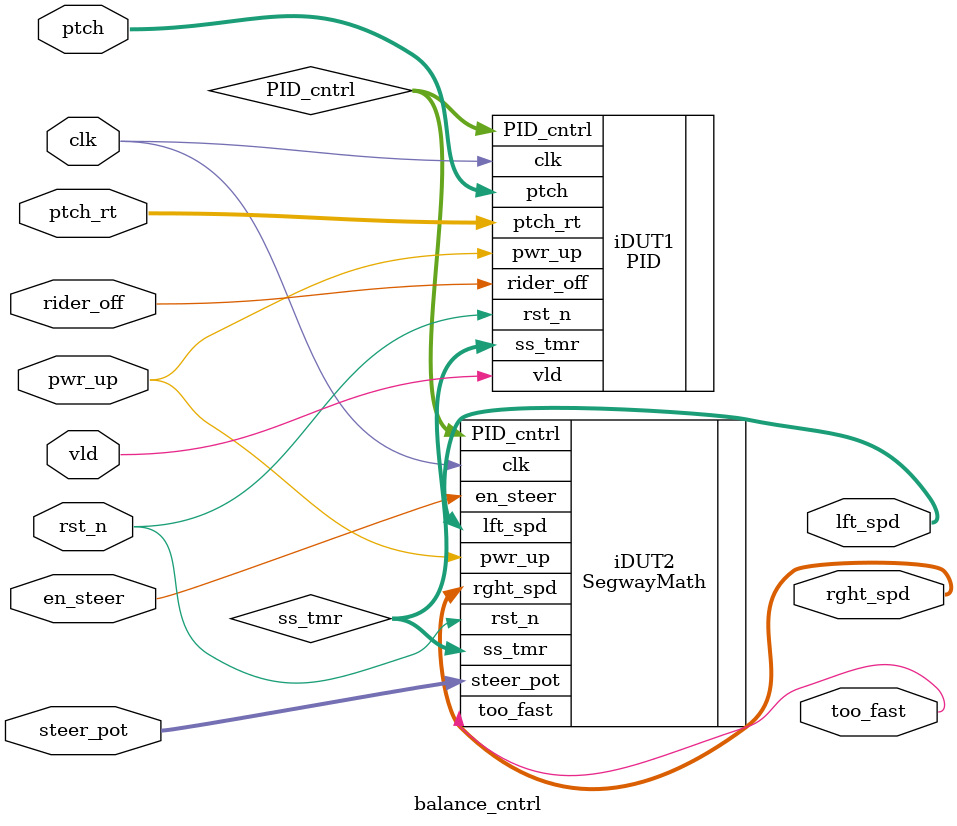
<source format=sv>
module balance_cntrl(clk, rst_n, vld, ptch, ptch_rt, pwr_up, rider_off, steer_pot, en_steer, lft_spd, rght_spd, too_fast);

input clk, rst_n, vld, rider_off;
input en_steer;
input signed [15:0] ptch, ptch_rt;
input [11:0] steer_pot;

input pwr_up; 
output reg too_fast;
output reg signed [11:0] lft_spd, rght_spd;

logic signed [11:0] PID_cntrl, steer_pot, steer_pot_scaled;
logic  [7:0]  ss_tmr;

//logic signed [12:0] left_shaped, rght_shaped;
//logic signed [12:0] lft_torque, rght_torque;
parameter fast_sim =1;
//logic [7:0]ss_timer;

PID iDUT1(.clk(clk), .rst_n(rst_n), .ptch(ptch), .ptch_rt(ptch_rt), .pwr_up(pwr_up), .vld(vld), .rider_off(rider_off), .PID_cntrl(PID_cntrl), .ss_tmr(ss_tmr));

//assign ss_tmr = ss_timer;

SegwayMath iDUT2(.PID_cntrl(PID_cntrl), .ss_tmr(ss_tmr), .steer_pot(steer_pot), .en_steer(en_steer), .pwr_up(pwr_up), .lft_spd(lft_spd), .rght_spd(rght_spd), .too_fast(too_fast), .clk(clk), .rst_n(rst_n));

endmodule

</source>
